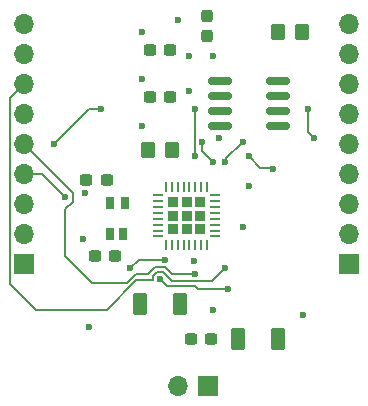
<source format=gbr>
%TF.GenerationSoftware,KiCad,Pcbnew,8.0.3*%
%TF.CreationDate,2024-07-01T13:41:45+02:00*%
%TF.ProjectId,ESP8266,45535038-3236-4362-9e6b-696361645f70,rev?*%
%TF.SameCoordinates,Original*%
%TF.FileFunction,Paste,Top*%
%TF.FilePolarity,Positive*%
%FSLAX46Y46*%
G04 Gerber Fmt 4.6, Leading zero omitted, Abs format (unit mm)*
G04 Created by KiCad (PCBNEW 8.0.3) date 2024-07-01 13:41:45*
%MOMM*%
%LPD*%
G01*
G04 APERTURE LIST*
G04 Aperture macros list*
%AMRoundRect*
0 Rectangle with rounded corners*
0 $1 Rounding radius*
0 $2 $3 $4 $5 $6 $7 $8 $9 X,Y pos of 4 corners*
0 Add a 4 corners polygon primitive as box body*
4,1,4,$2,$3,$4,$5,$6,$7,$8,$9,$2,$3,0*
0 Add four circle primitives for the rounded corners*
1,1,$1+$1,$2,$3*
1,1,$1+$1,$4,$5*
1,1,$1+$1,$6,$7*
1,1,$1+$1,$8,$9*
0 Add four rect primitives between the rounded corners*
20,1,$1+$1,$2,$3,$4,$5,0*
20,1,$1+$1,$4,$5,$6,$7,0*
20,1,$1+$1,$6,$7,$8,$9,0*
20,1,$1+$1,$8,$9,$2,$3,0*%
G04 Aperture macros list end*
%ADD10RoundRect,0.237500X-0.300000X-0.237500X0.300000X-0.237500X0.300000X0.237500X-0.300000X0.237500X0*%
%ADD11RoundRect,0.250000X0.362500X0.700000X-0.362500X0.700000X-0.362500X-0.700000X0.362500X-0.700000X0*%
%ADD12RoundRect,0.232500X0.232500X-0.232500X0.232500X0.232500X-0.232500X0.232500X-0.232500X-0.232500X0*%
%ADD13RoundRect,0.062500X0.062500X-0.375000X0.062500X0.375000X-0.062500X0.375000X-0.062500X-0.375000X0*%
%ADD14RoundRect,0.062500X0.375000X-0.062500X0.375000X0.062500X-0.375000X0.062500X-0.375000X-0.062500X0*%
%ADD15RoundRect,0.237500X-0.237500X0.300000X-0.237500X-0.300000X0.237500X-0.300000X0.237500X0.300000X0*%
%ADD16RoundRect,0.150000X-0.825000X-0.150000X0.825000X-0.150000X0.825000X0.150000X-0.825000X0.150000X0*%
%ADD17RoundRect,0.250000X-0.350000X-0.450000X0.350000X-0.450000X0.350000X0.450000X-0.350000X0.450000X0*%
%ADD18R,0.800000X1.050000*%
%ADD19RoundRect,0.250000X-0.362500X-0.700000X0.362500X-0.700000X0.362500X0.700000X-0.362500X0.700000X0*%
%TA.AperFunction,ComponentPad*%
%ADD20R,1.700000X1.700000*%
%TD*%
%TA.AperFunction,ComponentPad*%
%ADD21O,1.700000X1.700000*%
%TD*%
%TA.AperFunction,ViaPad*%
%ADD22C,0.600000*%
%TD*%
%TA.AperFunction,Conductor*%
%ADD23C,0.200000*%
%TD*%
G04 APERTURE END LIST*
D10*
%TO.C,C5*%
X125637500Y-89000000D03*
X127362500Y-89000000D03*
%TD*%
%TO.C,C4*%
X125637500Y-85000000D03*
X127362500Y-85000000D03*
%TD*%
%TO.C,C1*%
X121000000Y-102500000D03*
X122725000Y-102500000D03*
%TD*%
D11*
%TO.C,L1*%
X136462500Y-109500000D03*
X133137500Y-109500000D03*
%TD*%
D12*
%TO.C,U1*%
X127600000Y-100212500D03*
X128750000Y-100212500D03*
X129900000Y-100212500D03*
X127600000Y-99062500D03*
X128750000Y-99062500D03*
X129900000Y-99062500D03*
X127600000Y-97912500D03*
X128750000Y-97912500D03*
X129900000Y-97912500D03*
D13*
X127000000Y-101500000D03*
X127500000Y-101500000D03*
X128000000Y-101500000D03*
X128500000Y-101500000D03*
X129000000Y-101500000D03*
X129500000Y-101500000D03*
X130000000Y-101500000D03*
X130500000Y-101500000D03*
D14*
X131187500Y-100812500D03*
X131187500Y-100312500D03*
X131187500Y-99812500D03*
X131187500Y-99312500D03*
X131187500Y-98812500D03*
X131187500Y-98312500D03*
X131187500Y-97812500D03*
X131187500Y-97312500D03*
D13*
X130500000Y-96625000D03*
X130000000Y-96625000D03*
X129500000Y-96625000D03*
X129000000Y-96625000D03*
X128500000Y-96625000D03*
X128000000Y-96625000D03*
X127500000Y-96625000D03*
X127000000Y-96625000D03*
D14*
X126312500Y-97312500D03*
X126312500Y-97812500D03*
X126312500Y-98312500D03*
X126312500Y-98812500D03*
X126312500Y-99312500D03*
X126312500Y-99812500D03*
X126312500Y-100312500D03*
X126312500Y-100812500D03*
%TD*%
D10*
%TO.C,C2*%
X120275000Y-96000000D03*
X122000000Y-96000000D03*
%TD*%
%TO.C,C6*%
X129137500Y-109500000D03*
X130862500Y-109500000D03*
%TD*%
D15*
%TO.C,C3*%
X130500000Y-82137500D03*
X130500000Y-83862500D03*
%TD*%
D16*
%TO.C,U2*%
X131550000Y-87690000D03*
X131550000Y-88960000D03*
X131550000Y-90230000D03*
X131550000Y-91500000D03*
X136500000Y-91500000D03*
X136500000Y-90230000D03*
X136500000Y-88960000D03*
X136500000Y-87690000D03*
%TD*%
D17*
%TO.C,R2*%
X136500000Y-83500000D03*
X138500000Y-83500000D03*
%TD*%
%TO.C,R1*%
X125500000Y-93500000D03*
X127500000Y-93500000D03*
%TD*%
D18*
%TO.C,X1*%
X122300000Y-97975000D03*
X122300000Y-100625000D03*
X123500000Y-98000000D03*
X123400000Y-100600000D03*
%TD*%
D19*
%TO.C,L2*%
X124837500Y-106500000D03*
X128162500Y-106500000D03*
%TD*%
D20*
%TO.P,J1,1,Pin_1*%
%TO.N,+3.3V*%
X115000000Y-103160000D03*
D21*
%TO.P,J1,2,Pin_2*%
%TO.N,/RST*%
X115000000Y-100620000D03*
%TO.P,J1,3,Pin_3*%
%TO.N,/U0RXD*%
X115000000Y-98080000D03*
%TO.P,J1,4,Pin_4*%
%TO.N,/U0TXD*%
X115000000Y-95540000D03*
%TO.P,J1,5,Pin_5*%
%TO.N,/ADC_IN*%
X115000000Y-93000000D03*
%TO.P,J1,6,Pin_6*%
%TO.N,/CHIP_EN*%
X115000000Y-90460000D03*
%TO.P,J1,7,Pin_7*%
%TO.N,/GPIO16*%
X115000000Y-87920000D03*
%TO.P,J1,8,Pin_8*%
%TO.N,/GPI05*%
X115000000Y-85380000D03*
%TO.P,J1,9,Pin_9*%
%TO.N,GND*%
X115000000Y-82840000D03*
%TD*%
D20*
%TO.P,J3,1,Pin_1*%
%TO.N,/ANT*%
X130540000Y-113500000D03*
D21*
%TO.P,J3,2,Pin_2*%
%TO.N,GND*%
X128000000Y-113500000D03*
%TD*%
D20*
%TO.P,J2,1,Pin_1*%
%TO.N,/GPIO14*%
X142500000Y-103120000D03*
D21*
%TO.P,J2,2,Pin_2*%
%TO.N,/GPIO12*%
X142500000Y-100580000D03*
%TO.P,J2,3,Pin_3*%
%TO.N,/GPIO13*%
X142500000Y-98040000D03*
%TO.P,J2,4,Pin_4*%
%TO.N,/GPIO15*%
X142500000Y-95500000D03*
%TO.P,J2,5,Pin_5*%
%TO.N,/GPIO2*%
X142500000Y-92960000D03*
%TO.P,J2,6,Pin_6*%
%TO.N,/GPIO0*%
X142500000Y-90420000D03*
%TO.P,J2,7,Pin_7*%
%TO.N,/GPIO4*%
X142500000Y-87880000D03*
%TO.P,J2,8,Pin_8*%
%TO.N,GND*%
X142500000Y-85340000D03*
%TO.P,J2,9,Pin_9*%
X142500000Y-82800000D03*
%TD*%
D22*
%TO.N,GND*%
X131500000Y-92500000D03*
X129000000Y-88500000D03*
X125000000Y-91500000D03*
X120000000Y-101000000D03*
X129420101Y-102900000D03*
X138637500Y-107500000D03*
X120500000Y-108500000D03*
X120155735Y-97155735D03*
X131000000Y-85500000D03*
X129000000Y-85500000D03*
%TO.N,/ADC_IN*%
X129500000Y-104000000D03*
%TO.N,/CHIP_EN*%
X126500000Y-104400000D03*
X132250000Y-105250000D03*
%TO.N,/GPIO16*%
X132000000Y-103500000D03*
%TO.N,/U0TXD*%
X118500000Y-97500000D03*
%TO.N,Net-(U1-RES12K)*%
X117500000Y-93000000D03*
X121500000Y-90000000D03*
%TO.N,Net-(U1-SD_CLK)*%
X139500000Y-92500000D03*
X136087108Y-95141422D03*
X139000000Y-90000000D03*
X134000000Y-93998114D03*
%TO.N,/SD_D3*%
X132000000Y-94500000D03*
X133500000Y-92798114D03*
%TO.N,/SD_D0*%
X129500000Y-90000000D03*
X129500000Y-94000000D03*
%TO.N,/SD_CMD*%
X130100000Y-92798114D03*
X131000000Y-94500000D03*
%TO.N,+3.3V*%
X125000000Y-83500000D03*
X128000000Y-82500000D03*
X131000000Y-107000000D03*
X134023198Y-96562466D03*
X124000000Y-103500000D03*
X125000000Y-87500000D03*
X126899681Y-102800000D03*
X133500000Y-100000000D03*
%TD*%
D23*
%TO.N,/ADC_IN*%
X125485785Y-104000000D02*
X124434314Y-104000000D01*
X119100000Y-97100000D02*
X115000000Y-93000000D01*
X119100000Y-97900000D02*
X119100000Y-97100000D01*
X118500000Y-102500000D02*
X120717157Y-104717157D01*
X118500000Y-98500000D02*
X119100000Y-97900000D01*
X126914215Y-103400000D02*
X126085785Y-103400000D01*
X124434314Y-104000000D02*
X123717157Y-104717157D01*
X126085785Y-103400000D02*
X125485785Y-104000000D01*
X120717157Y-104717157D02*
X123717157Y-104717157D01*
X127514215Y-104000000D02*
X126914215Y-103400000D01*
X118500000Y-102500000D02*
X118500000Y-98500000D01*
X129500000Y-104000000D02*
X127514215Y-104000000D01*
%TO.N,/CHIP_EN*%
X129750000Y-105250000D02*
X132250000Y-105250000D01*
X126500000Y-104400000D02*
X127100000Y-105000000D01*
X129500000Y-105000000D02*
X129750000Y-105250000D01*
X127100000Y-105000000D02*
X129500000Y-105000000D01*
%TO.N,/GPIO16*%
X113797919Y-89122081D02*
X113797919Y-104797919D01*
X122000000Y-107000000D02*
X124500000Y-104500000D01*
X126251471Y-103800000D02*
X126748529Y-103800000D01*
X124500000Y-104500000D02*
X125900000Y-104500000D01*
X116000000Y-107000000D02*
X122000000Y-107000000D01*
X130900000Y-104600000D02*
X132000000Y-103500000D01*
X127548529Y-104600000D02*
X130900000Y-104600000D01*
X126748529Y-103800000D02*
X127548529Y-104600000D01*
X115000000Y-87920000D02*
X113797919Y-89122081D01*
X125900000Y-104500000D02*
X125900000Y-104151471D01*
X113797919Y-104797919D02*
X116000000Y-107000000D01*
X125900000Y-104151471D02*
X126251471Y-103800000D01*
%TO.N,/U0TXD*%
X115000000Y-95540000D02*
X116540000Y-95540000D01*
X116540000Y-95540000D02*
X118500000Y-97500000D01*
%TO.N,Net-(U1-RES12K)*%
X120500000Y-90000000D02*
X117500000Y-93000000D01*
X121500000Y-90000000D02*
X120500000Y-90000000D01*
%TO.N,Net-(U1-SD_CLK)*%
X135001886Y-95000000D02*
X135945686Y-95000000D01*
X139000000Y-92000000D02*
X139500000Y-92500000D01*
X134000000Y-93998114D02*
X135001886Y-95000000D01*
X139000000Y-90000000D02*
X139000000Y-92000000D01*
X135945686Y-95000000D02*
X136087108Y-95141422D01*
%TO.N,/SD_D3*%
X132000000Y-94298114D02*
X132000000Y-94500000D01*
X133500000Y-92798114D02*
X132000000Y-94298114D01*
%TO.N,/SD_D0*%
X129500000Y-94000000D02*
X129500000Y-90000000D01*
%TO.N,/SD_CMD*%
X130100000Y-93600000D02*
X131000000Y-94500000D01*
X130100000Y-92798114D02*
X130100000Y-93600000D01*
%TO.N,+3.3V*%
X126899681Y-102800000D02*
X124700000Y-102800000D01*
X124700000Y-102800000D02*
X124000000Y-103500000D01*
%TD*%
M02*

</source>
